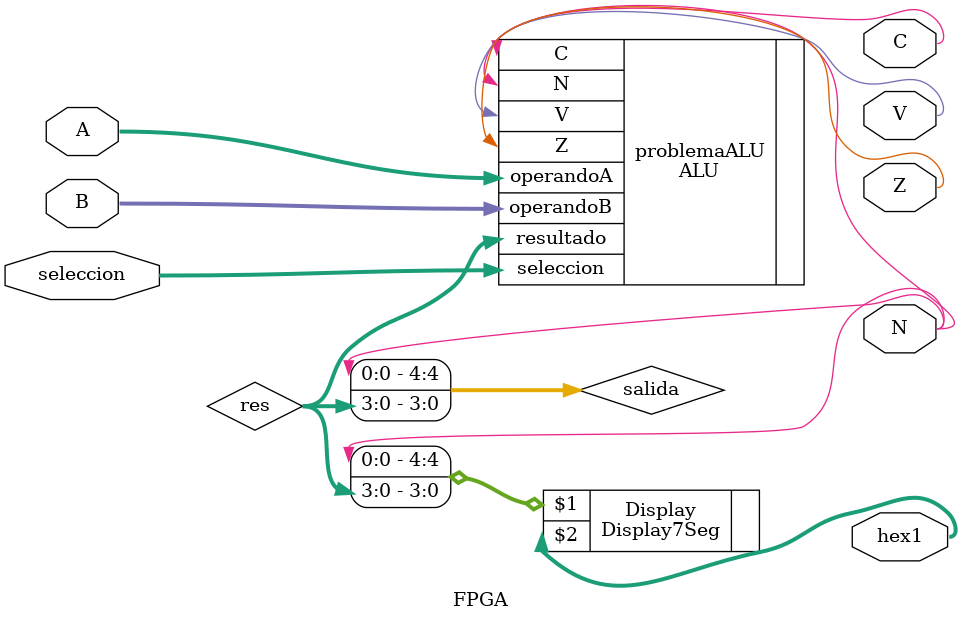
<source format=sv>
module FPGA #(parameter ancho = 'd3) (
	input [ancho:0] A,
	input [ancho:0] B,
	input [3:0] seleccion,
	
	output [6:0] hex1,
	output N,
	output Z,
	output C,
	output V);

	reg [11:0] bcd;
	reg [3:0] res;
	reg [4:0] salida;

	ALU #(ancho) problemaALU(
		.operandoA(A),
		.operandoB(B),
		.seleccion(seleccion),
		.resultado(res),
		.N(N),
		.Z(Z),
		.C(C),
		.V(V)
	);
	
	

	assign salida[0] = res[0];
	assign salida[1] = res[1];
	assign salida[2] = res[2];
	assign salida[3] = res[3];
	assign salida[4] = N;
		
		
	Display7Seg Display(salida,hex1);


endmodule 
</source>
